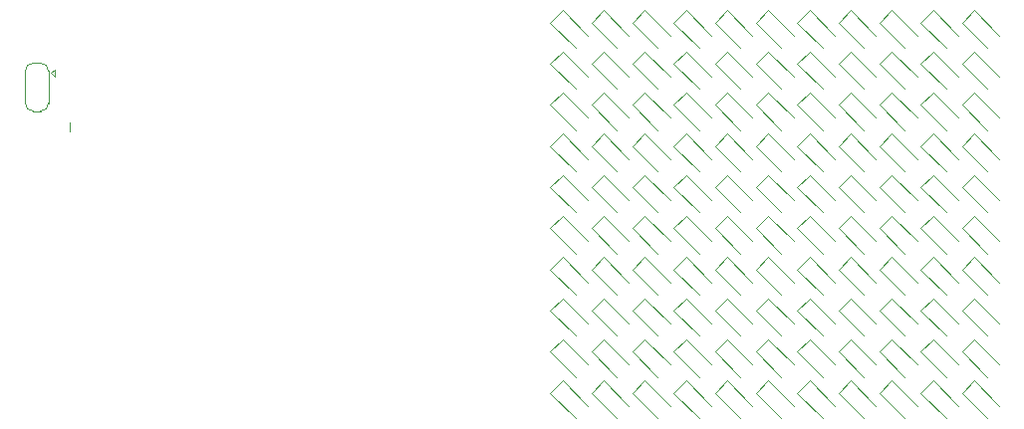
<source format=gbr>
%TF.GenerationSoftware,KiCad,Pcbnew,(6.0.9)*%
%TF.CreationDate,2023-01-07T05:09:31-05:00*%
%TF.ProjectId,businesscard,62757369-6e65-4737-9363-6172642e6b69,rev?*%
%TF.SameCoordinates,Original*%
%TF.FileFunction,Legend,Bot*%
%TF.FilePolarity,Positive*%
%FSLAX46Y46*%
G04 Gerber Fmt 4.6, Leading zero omitted, Abs format (unit mm)*
G04 Created by KiCad (PCBNEW (6.0.9)) date 2023-01-07 05:09:31*
%MOMM*%
%LPD*%
G01*
G04 APERTURE LIST*
%ADD10C,0.120000*%
G04 APERTURE END LIST*
D10*
%TO.C,U1*%
X100615000Y-65950000D02*
X100615000Y-65200000D01*
%TO.C,JP1*%
X99000000Y-61000000D02*
X99300000Y-61300000D01*
X99300000Y-60700000D02*
X99300000Y-61300000D01*
X97500000Y-64250000D02*
X98100000Y-64250000D01*
X96800000Y-60800000D02*
X96800000Y-63600000D01*
X98100000Y-60150000D02*
X97500000Y-60150000D01*
X98800000Y-63600000D02*
X98800000Y-60800000D01*
X99000000Y-61000000D02*
X99300000Y-60700000D01*
X97500000Y-60150000D02*
G75*
G03*
X96800000Y-60850000I-1J-699999D01*
G01*
X98800000Y-60850000D02*
G75*
G03*
X98100000Y-60150000I-699999J1D01*
G01*
X98100000Y-64250000D02*
G75*
G03*
X98800000Y-63550000I0J700000D01*
G01*
X96800000Y-63550000D02*
G75*
G03*
X97500000Y-64250000I700000J0D01*
G01*
%TO.C,D33*%
X155106622Y-64817175D02*
X152964089Y-62674642D01*
X151924642Y-63714089D02*
X154067175Y-65856622D01*
X152964089Y-62674642D02*
X151924642Y-63714089D01*
%TO.C,D110*%
X179606622Y-89317175D02*
X177464089Y-87174642D01*
X176424642Y-88214089D02*
X178567175Y-90356622D01*
X177464089Y-87174642D02*
X176424642Y-88214089D01*
%TO.C,D109*%
X179606622Y-85817175D02*
X177464089Y-83674642D01*
X176424642Y-84714089D02*
X178567175Y-86856622D01*
X177464089Y-83674642D02*
X176424642Y-84714089D01*
%TO.C,D108*%
X179606622Y-82317175D02*
X177464089Y-80174642D01*
X176424642Y-81214089D02*
X178567175Y-83356622D01*
X177464089Y-80174642D02*
X176424642Y-81214089D01*
%TO.C,D107*%
X179606622Y-78817175D02*
X177464089Y-76674642D01*
X176424642Y-77714089D02*
X178567175Y-79856622D01*
X177464089Y-76674642D02*
X176424642Y-77714089D01*
%TO.C,D106*%
X179606622Y-75317175D02*
X177464089Y-73174642D01*
X176424642Y-74214089D02*
X178567175Y-76356622D01*
X177464089Y-73174642D02*
X176424642Y-74214089D01*
%TO.C,D105*%
X179606622Y-71817175D02*
X177464089Y-69674642D01*
X176424642Y-70714089D02*
X178567175Y-72856622D01*
X177464089Y-69674642D02*
X176424642Y-70714089D01*
%TO.C,D104*%
X179606622Y-68317175D02*
X177464089Y-66174642D01*
X176424642Y-67214089D02*
X178567175Y-69356622D01*
X177464089Y-66174642D02*
X176424642Y-67214089D01*
%TO.C,D103*%
X179606622Y-64817175D02*
X177464089Y-62674642D01*
X176424642Y-63714089D02*
X178567175Y-65856622D01*
X177464089Y-62674642D02*
X176424642Y-63714089D01*
%TO.C,D102*%
X179606622Y-61317175D02*
X177464089Y-59174642D01*
X176424642Y-60214089D02*
X178567175Y-62356622D01*
X177464089Y-59174642D02*
X176424642Y-60214089D01*
%TO.C,D101*%
X179606622Y-57817175D02*
X177464089Y-55674642D01*
X176424642Y-56714089D02*
X178567175Y-58856622D01*
X177464089Y-55674642D02*
X176424642Y-56714089D01*
%TO.C,D100*%
X176106622Y-89317175D02*
X173964089Y-87174642D01*
X172924642Y-88214089D02*
X175067175Y-90356622D01*
X173964089Y-87174642D02*
X172924642Y-88214089D01*
%TO.C,D99*%
X176106622Y-85817175D02*
X173964089Y-83674642D01*
X172924642Y-84714089D02*
X175067175Y-86856622D01*
X173964089Y-83674642D02*
X172924642Y-84714089D01*
%TO.C,D98*%
X176106622Y-82317175D02*
X173964089Y-80174642D01*
X172924642Y-81214089D02*
X175067175Y-83356622D01*
X173964089Y-80174642D02*
X172924642Y-81214089D01*
%TO.C,D97*%
X176106622Y-78817175D02*
X173964089Y-76674642D01*
X172924642Y-77714089D02*
X175067175Y-79856622D01*
X173964089Y-76674642D02*
X172924642Y-77714089D01*
%TO.C,D96*%
X176106622Y-75317175D02*
X173964089Y-73174642D01*
X172924642Y-74214089D02*
X175067175Y-76356622D01*
X173964089Y-73174642D02*
X172924642Y-74214089D01*
%TO.C,D95*%
X176106622Y-71817175D02*
X173964089Y-69674642D01*
X172924642Y-70714089D02*
X175067175Y-72856622D01*
X173964089Y-69674642D02*
X172924642Y-70714089D01*
%TO.C,D94*%
X176106622Y-68317175D02*
X173964089Y-66174642D01*
X172924642Y-67214089D02*
X175067175Y-69356622D01*
X173964089Y-66174642D02*
X172924642Y-67214089D01*
%TO.C,D93*%
X176106622Y-64817175D02*
X173964089Y-62674642D01*
X172924642Y-63714089D02*
X175067175Y-65856622D01*
X173964089Y-62674642D02*
X172924642Y-63714089D01*
%TO.C,D92*%
X176106622Y-61317175D02*
X173964089Y-59174642D01*
X172924642Y-60214089D02*
X175067175Y-62356622D01*
X173964089Y-59174642D02*
X172924642Y-60214089D01*
%TO.C,D91*%
X176106622Y-57817175D02*
X173964089Y-55674642D01*
X172924642Y-56714089D02*
X175067175Y-58856622D01*
X173964089Y-55674642D02*
X172924642Y-56714089D01*
%TO.C,D90*%
X172606622Y-89317175D02*
X170464089Y-87174642D01*
X169424642Y-88214089D02*
X171567175Y-90356622D01*
X170464089Y-87174642D02*
X169424642Y-88214089D01*
%TO.C,D89*%
X172606622Y-85817175D02*
X170464089Y-83674642D01*
X169424642Y-84714089D02*
X171567175Y-86856622D01*
X170464089Y-83674642D02*
X169424642Y-84714089D01*
%TO.C,D88*%
X172606622Y-82317175D02*
X170464089Y-80174642D01*
X169424642Y-81214089D02*
X171567175Y-83356622D01*
X170464089Y-80174642D02*
X169424642Y-81214089D01*
%TO.C,D87*%
X172606622Y-78817175D02*
X170464089Y-76674642D01*
X169424642Y-77714089D02*
X171567175Y-79856622D01*
X170464089Y-76674642D02*
X169424642Y-77714089D01*
%TO.C,D86*%
X172606622Y-75317175D02*
X170464089Y-73174642D01*
X169424642Y-74214089D02*
X171567175Y-76356622D01*
X170464089Y-73174642D02*
X169424642Y-74214089D01*
%TO.C,D85*%
X172606622Y-71817175D02*
X170464089Y-69674642D01*
X169424642Y-70714089D02*
X171567175Y-72856622D01*
X170464089Y-69674642D02*
X169424642Y-70714089D01*
%TO.C,D84*%
X172606622Y-68317175D02*
X170464089Y-66174642D01*
X169424642Y-67214089D02*
X171567175Y-69356622D01*
X170464089Y-66174642D02*
X169424642Y-67214089D01*
%TO.C,D83*%
X172606622Y-64817175D02*
X170464089Y-62674642D01*
X169424642Y-63714089D02*
X171567175Y-65856622D01*
X170464089Y-62674642D02*
X169424642Y-63714089D01*
%TO.C,D82*%
X172606622Y-61317175D02*
X170464089Y-59174642D01*
X169424642Y-60214089D02*
X171567175Y-62356622D01*
X170464089Y-59174642D02*
X169424642Y-60214089D01*
%TO.C,D81*%
X172606622Y-57817175D02*
X170464089Y-55674642D01*
X169424642Y-56714089D02*
X171567175Y-58856622D01*
X170464089Y-55674642D02*
X169424642Y-56714089D01*
%TO.C,D80*%
X169106622Y-89317175D02*
X166964089Y-87174642D01*
X165924642Y-88214089D02*
X168067175Y-90356622D01*
X166964089Y-87174642D02*
X165924642Y-88214089D01*
%TO.C,D79*%
X169106622Y-85817175D02*
X166964089Y-83674642D01*
X165924642Y-84714089D02*
X168067175Y-86856622D01*
X166964089Y-83674642D02*
X165924642Y-84714089D01*
%TO.C,D78*%
X169106622Y-82317175D02*
X166964089Y-80174642D01*
X165924642Y-81214089D02*
X168067175Y-83356622D01*
X166964089Y-80174642D02*
X165924642Y-81214089D01*
%TO.C,D77*%
X169106622Y-78817175D02*
X166964089Y-76674642D01*
X165924642Y-77714089D02*
X168067175Y-79856622D01*
X166964089Y-76674642D02*
X165924642Y-77714089D01*
%TO.C,D76*%
X169106622Y-75317175D02*
X166964089Y-73174642D01*
X165924642Y-74214089D02*
X168067175Y-76356622D01*
X166964089Y-73174642D02*
X165924642Y-74214089D01*
%TO.C,D75*%
X169106622Y-71817175D02*
X166964089Y-69674642D01*
X165924642Y-70714089D02*
X168067175Y-72856622D01*
X166964089Y-69674642D02*
X165924642Y-70714089D01*
%TO.C,D74*%
X169106622Y-68317175D02*
X166964089Y-66174642D01*
X165924642Y-67214089D02*
X168067175Y-69356622D01*
X166964089Y-66174642D02*
X165924642Y-67214089D01*
%TO.C,D73*%
X169106622Y-64817175D02*
X166964089Y-62674642D01*
X165924642Y-63714089D02*
X168067175Y-65856622D01*
X166964089Y-62674642D02*
X165924642Y-63714089D01*
%TO.C,D72*%
X169106622Y-61317175D02*
X166964089Y-59174642D01*
X165924642Y-60214089D02*
X168067175Y-62356622D01*
X166964089Y-59174642D02*
X165924642Y-60214089D01*
%TO.C,D71*%
X169106622Y-57817175D02*
X166964089Y-55674642D01*
X165924642Y-56714089D02*
X168067175Y-58856622D01*
X166964089Y-55674642D02*
X165924642Y-56714089D01*
%TO.C,D70*%
X165606622Y-89317175D02*
X163464089Y-87174642D01*
X162424642Y-88214089D02*
X164567175Y-90356622D01*
X163464089Y-87174642D02*
X162424642Y-88214089D01*
%TO.C,D69*%
X165606622Y-85817175D02*
X163464089Y-83674642D01*
X162424642Y-84714089D02*
X164567175Y-86856622D01*
X163464089Y-83674642D02*
X162424642Y-84714089D01*
%TO.C,D68*%
X165606622Y-82317175D02*
X163464089Y-80174642D01*
X162424642Y-81214089D02*
X164567175Y-83356622D01*
X163464089Y-80174642D02*
X162424642Y-81214089D01*
%TO.C,D67*%
X165606622Y-78817175D02*
X163464089Y-76674642D01*
X162424642Y-77714089D02*
X164567175Y-79856622D01*
X163464089Y-76674642D02*
X162424642Y-77714089D01*
%TO.C,D66*%
X165606622Y-75317175D02*
X163464089Y-73174642D01*
X162424642Y-74214089D02*
X164567175Y-76356622D01*
X163464089Y-73174642D02*
X162424642Y-74214089D01*
%TO.C,D65*%
X165606622Y-71817175D02*
X163464089Y-69674642D01*
X162424642Y-70714089D02*
X164567175Y-72856622D01*
X163464089Y-69674642D02*
X162424642Y-70714089D01*
%TO.C,D64*%
X165606622Y-68317175D02*
X163464089Y-66174642D01*
X162424642Y-67214089D02*
X164567175Y-69356622D01*
X163464089Y-66174642D02*
X162424642Y-67214089D01*
%TO.C,D63*%
X165606622Y-64817175D02*
X163464089Y-62674642D01*
X162424642Y-63714089D02*
X164567175Y-65856622D01*
X163464089Y-62674642D02*
X162424642Y-63714089D01*
%TO.C,D62*%
X165606622Y-61317175D02*
X163464089Y-59174642D01*
X162424642Y-60214089D02*
X164567175Y-62356622D01*
X163464089Y-59174642D02*
X162424642Y-60214089D01*
%TO.C,D61*%
X165606622Y-57817175D02*
X163464089Y-55674642D01*
X162424642Y-56714089D02*
X164567175Y-58856622D01*
X163464089Y-55674642D02*
X162424642Y-56714089D01*
%TO.C,D60*%
X162106622Y-89317175D02*
X159964089Y-87174642D01*
X158924642Y-88214089D02*
X161067175Y-90356622D01*
X159964089Y-87174642D02*
X158924642Y-88214089D01*
%TO.C,D59*%
X162106622Y-85817175D02*
X159964089Y-83674642D01*
X158924642Y-84714089D02*
X161067175Y-86856622D01*
X159964089Y-83674642D02*
X158924642Y-84714089D01*
%TO.C,D58*%
X162106622Y-82317175D02*
X159964089Y-80174642D01*
X158924642Y-81214089D02*
X161067175Y-83356622D01*
X159964089Y-80174642D02*
X158924642Y-81214089D01*
%TO.C,D57*%
X162106622Y-78817175D02*
X159964089Y-76674642D01*
X158924642Y-77714089D02*
X161067175Y-79856622D01*
X159964089Y-76674642D02*
X158924642Y-77714089D01*
%TO.C,D56*%
X162106622Y-75317175D02*
X159964089Y-73174642D01*
X158924642Y-74214089D02*
X161067175Y-76356622D01*
X159964089Y-73174642D02*
X158924642Y-74214089D01*
%TO.C,D55*%
X162106622Y-71817175D02*
X159964089Y-69674642D01*
X158924642Y-70714089D02*
X161067175Y-72856622D01*
X159964089Y-69674642D02*
X158924642Y-70714089D01*
%TO.C,D54*%
X162106622Y-68317175D02*
X159964089Y-66174642D01*
X158924642Y-67214089D02*
X161067175Y-69356622D01*
X159964089Y-66174642D02*
X158924642Y-67214089D01*
%TO.C,D53*%
X162106622Y-64817175D02*
X159964089Y-62674642D01*
X158924642Y-63714089D02*
X161067175Y-65856622D01*
X159964089Y-62674642D02*
X158924642Y-63714089D01*
%TO.C,D52*%
X162106622Y-61317175D02*
X159964089Y-59174642D01*
X158924642Y-60214089D02*
X161067175Y-62356622D01*
X159964089Y-59174642D02*
X158924642Y-60214089D01*
%TO.C,D51*%
X162106622Y-57817175D02*
X159964089Y-55674642D01*
X158924642Y-56714089D02*
X161067175Y-58856622D01*
X159964089Y-55674642D02*
X158924642Y-56714089D01*
%TO.C,D50*%
X158606622Y-89317175D02*
X156464089Y-87174642D01*
X155424642Y-88214089D02*
X157567175Y-90356622D01*
X156464089Y-87174642D02*
X155424642Y-88214089D01*
%TO.C,D49*%
X158606622Y-85817175D02*
X156464089Y-83674642D01*
X155424642Y-84714089D02*
X157567175Y-86856622D01*
X156464089Y-83674642D02*
X155424642Y-84714089D01*
%TO.C,D48*%
X158606622Y-82317175D02*
X156464089Y-80174642D01*
X155424642Y-81214089D02*
X157567175Y-83356622D01*
X156464089Y-80174642D02*
X155424642Y-81214089D01*
%TO.C,D47*%
X158606622Y-78817175D02*
X156464089Y-76674642D01*
X155424642Y-77714089D02*
X157567175Y-79856622D01*
X156464089Y-76674642D02*
X155424642Y-77714089D01*
%TO.C,D46*%
X158606622Y-75317175D02*
X156464089Y-73174642D01*
X155424642Y-74214089D02*
X157567175Y-76356622D01*
X156464089Y-73174642D02*
X155424642Y-74214089D01*
%TO.C,D45*%
X158606622Y-71817175D02*
X156464089Y-69674642D01*
X155424642Y-70714089D02*
X157567175Y-72856622D01*
X156464089Y-69674642D02*
X155424642Y-70714089D01*
%TO.C,D44*%
X158606622Y-68317175D02*
X156464089Y-66174642D01*
X155424642Y-67214089D02*
X157567175Y-69356622D01*
X156464089Y-66174642D02*
X155424642Y-67214089D01*
%TO.C,D43*%
X158606622Y-64817175D02*
X156464089Y-62674642D01*
X155424642Y-63714089D02*
X157567175Y-65856622D01*
X156464089Y-62674642D02*
X155424642Y-63714089D01*
%TO.C,D42*%
X158606622Y-61317175D02*
X156464089Y-59174642D01*
X155424642Y-60214089D02*
X157567175Y-62356622D01*
X156464089Y-59174642D02*
X155424642Y-60214089D01*
%TO.C,D41*%
X158606622Y-57817175D02*
X156464089Y-55674642D01*
X155424642Y-56714089D02*
X157567175Y-58856622D01*
X156464089Y-55674642D02*
X155424642Y-56714089D01*
%TO.C,D40*%
X155106622Y-89317175D02*
X152964089Y-87174642D01*
X151924642Y-88214089D02*
X154067175Y-90356622D01*
X152964089Y-87174642D02*
X151924642Y-88214089D01*
%TO.C,D39*%
X155106622Y-85817175D02*
X152964089Y-83674642D01*
X151924642Y-84714089D02*
X154067175Y-86856622D01*
X152964089Y-83674642D02*
X151924642Y-84714089D01*
%TO.C,D38*%
X155106622Y-82317175D02*
X152964089Y-80174642D01*
X151924642Y-81214089D02*
X154067175Y-83356622D01*
X152964089Y-80174642D02*
X151924642Y-81214089D01*
%TO.C,D37*%
X155106622Y-78817175D02*
X152964089Y-76674642D01*
X151924642Y-77714089D02*
X154067175Y-79856622D01*
X152964089Y-76674642D02*
X151924642Y-77714089D01*
%TO.C,D36*%
X155106622Y-75317175D02*
X152964089Y-73174642D01*
X151924642Y-74214089D02*
X154067175Y-76356622D01*
X152964089Y-73174642D02*
X151924642Y-74214089D01*
%TO.C,D35*%
X155106622Y-71817175D02*
X152964089Y-69674642D01*
X151924642Y-70714089D02*
X154067175Y-72856622D01*
X152964089Y-69674642D02*
X151924642Y-70714089D01*
%TO.C,D34*%
X155106622Y-68317175D02*
X152964089Y-66174642D01*
X151924642Y-67214089D02*
X154067175Y-69356622D01*
X152964089Y-66174642D02*
X151924642Y-67214089D01*
%TO.C,D32*%
X155106622Y-61317175D02*
X152964089Y-59174642D01*
X151924642Y-60214089D02*
X154067175Y-62356622D01*
X152964089Y-59174642D02*
X151924642Y-60214089D01*
%TO.C,D31*%
X155106622Y-57817175D02*
X152964089Y-55674642D01*
X151924642Y-56714089D02*
X154067175Y-58856622D01*
X152964089Y-55674642D02*
X151924642Y-56714089D01*
%TO.C,D30*%
X151606622Y-89317175D02*
X149464089Y-87174642D01*
X148424642Y-88214089D02*
X150567175Y-90356622D01*
X149464089Y-87174642D02*
X148424642Y-88214089D01*
%TO.C,D29*%
X151606622Y-85817175D02*
X149464089Y-83674642D01*
X148424642Y-84714089D02*
X150567175Y-86856622D01*
X149464089Y-83674642D02*
X148424642Y-84714089D01*
%TO.C,D28*%
X151606622Y-82317175D02*
X149464089Y-80174642D01*
X148424642Y-81214089D02*
X150567175Y-83356622D01*
X149464089Y-80174642D02*
X148424642Y-81214089D01*
%TO.C,D27*%
X151606622Y-78817175D02*
X149464089Y-76674642D01*
X148424642Y-77714089D02*
X150567175Y-79856622D01*
X149464089Y-76674642D02*
X148424642Y-77714089D01*
%TO.C,D26*%
X151606622Y-75317175D02*
X149464089Y-73174642D01*
X148424642Y-74214089D02*
X150567175Y-76356622D01*
X149464089Y-73174642D02*
X148424642Y-74214089D01*
%TO.C,D25*%
X151606622Y-71817175D02*
X149464089Y-69674642D01*
X148424642Y-70714089D02*
X150567175Y-72856622D01*
X149464089Y-69674642D02*
X148424642Y-70714089D01*
%TO.C,D24*%
X151606622Y-68317175D02*
X149464089Y-66174642D01*
X148424642Y-67214089D02*
X150567175Y-69356622D01*
X149464089Y-66174642D02*
X148424642Y-67214089D01*
%TO.C,D23*%
X151606622Y-64817175D02*
X149464089Y-62674642D01*
X148424642Y-63714089D02*
X150567175Y-65856622D01*
X149464089Y-62674642D02*
X148424642Y-63714089D01*
%TO.C,D22*%
X151606622Y-61317175D02*
X149464089Y-59174642D01*
X148424642Y-60214089D02*
X150567175Y-62356622D01*
X149464089Y-59174642D02*
X148424642Y-60214089D01*
%TO.C,D21*%
X151606622Y-57817175D02*
X149464089Y-55674642D01*
X148424642Y-56714089D02*
X150567175Y-58856622D01*
X149464089Y-55674642D02*
X148424642Y-56714089D01*
%TO.C,D20*%
X148106622Y-89317175D02*
X145964089Y-87174642D01*
X144924642Y-88214089D02*
X147067175Y-90356622D01*
X145964089Y-87174642D02*
X144924642Y-88214089D01*
%TO.C,D19*%
X148106622Y-85817175D02*
X145964089Y-83674642D01*
X144924642Y-84714089D02*
X147067175Y-86856622D01*
X145964089Y-83674642D02*
X144924642Y-84714089D01*
%TO.C,D18*%
X148106622Y-82317175D02*
X145964089Y-80174642D01*
X144924642Y-81214089D02*
X147067175Y-83356622D01*
X145964089Y-80174642D02*
X144924642Y-81214089D01*
%TO.C,D17*%
X148106622Y-78817175D02*
X145964089Y-76674642D01*
X144924642Y-77714089D02*
X147067175Y-79856622D01*
X145964089Y-76674642D02*
X144924642Y-77714089D01*
%TO.C,D16*%
X148106622Y-75317175D02*
X145964089Y-73174642D01*
X144924642Y-74214089D02*
X147067175Y-76356622D01*
X145964089Y-73174642D02*
X144924642Y-74214089D01*
%TO.C,D15*%
X148106622Y-71817175D02*
X145964089Y-69674642D01*
X144924642Y-70714089D02*
X147067175Y-72856622D01*
X145964089Y-69674642D02*
X144924642Y-70714089D01*
%TO.C,D14*%
X148106622Y-68317175D02*
X145964089Y-66174642D01*
X144924642Y-67214089D02*
X147067175Y-69356622D01*
X145964089Y-66174642D02*
X144924642Y-67214089D01*
%TO.C,D13*%
X148106622Y-64817175D02*
X145964089Y-62674642D01*
X144924642Y-63714089D02*
X147067175Y-65856622D01*
X145964089Y-62674642D02*
X144924642Y-63714089D01*
%TO.C,D12*%
X148106622Y-61317175D02*
X145964089Y-59174642D01*
X144924642Y-60214089D02*
X147067175Y-62356622D01*
X145964089Y-59174642D02*
X144924642Y-60214089D01*
%TO.C,D11*%
X148106622Y-57817175D02*
X145964089Y-55674642D01*
X144924642Y-56714089D02*
X147067175Y-58856622D01*
X145964089Y-55674642D02*
X144924642Y-56714089D01*
%TO.C,D10*%
X144606622Y-89317175D02*
X142464089Y-87174642D01*
X141424642Y-88214089D02*
X143567175Y-90356622D01*
X142464089Y-87174642D02*
X141424642Y-88214089D01*
%TO.C,D9*%
X144606622Y-85817175D02*
X142464089Y-83674642D01*
X141424642Y-84714089D02*
X143567175Y-86856622D01*
X142464089Y-83674642D02*
X141424642Y-84714089D01*
%TO.C,D8*%
X144606622Y-82317175D02*
X142464089Y-80174642D01*
X141424642Y-81214089D02*
X143567175Y-83356622D01*
X142464089Y-80174642D02*
X141424642Y-81214089D01*
%TO.C,D7*%
X144606622Y-78817175D02*
X142464089Y-76674642D01*
X141424642Y-77714089D02*
X143567175Y-79856622D01*
X142464089Y-76674642D02*
X141424642Y-77714089D01*
%TO.C,D6*%
X144606622Y-75317175D02*
X142464089Y-73174642D01*
X141424642Y-74214089D02*
X143567175Y-76356622D01*
X142464089Y-73174642D02*
X141424642Y-74214089D01*
%TO.C,D5*%
X144606622Y-71817175D02*
X142464089Y-69674642D01*
X141424642Y-70714089D02*
X143567175Y-72856622D01*
X142464089Y-69674642D02*
X141424642Y-70714089D01*
%TO.C,D4*%
X144606622Y-68317175D02*
X142464089Y-66174642D01*
X141424642Y-67214089D02*
X143567175Y-69356622D01*
X142464089Y-66174642D02*
X141424642Y-67214089D01*
%TO.C,D3*%
X144606622Y-64817175D02*
X142464089Y-62674642D01*
X141424642Y-63714089D02*
X143567175Y-65856622D01*
X142464089Y-62674642D02*
X141424642Y-63714089D01*
%TO.C,D2*%
X144606622Y-61317175D02*
X142464089Y-59174642D01*
X141424642Y-60214089D02*
X143567175Y-62356622D01*
X142464089Y-59174642D02*
X141424642Y-60214089D01*
%TO.C,D1*%
X144606622Y-57817175D02*
X142464089Y-55674642D01*
X141424642Y-56714089D02*
X143567175Y-58856622D01*
X142464089Y-55674642D02*
X141424642Y-56714089D01*
%TD*%
M02*

</source>
